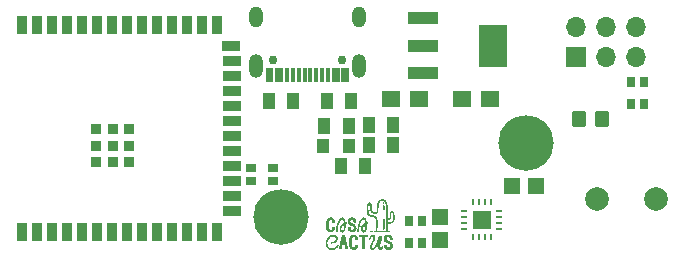
<source format=gts>
G04 #@! TF.GenerationSoftware,KiCad,Pcbnew,9.0.0-9.0.0-2~ubuntu22.04.1*
G04 #@! TF.CreationDate,2025-03-24T08:10:21+01:00*
G04 #@! TF.ProjectId,kicad_makespace_tutorial,6b696361-645f-46d6-916b-657370616365,v1*
G04 #@! TF.SameCoordinates,Original*
G04 #@! TF.FileFunction,Soldermask,Top*
G04 #@! TF.FilePolarity,Negative*
%FSLAX46Y46*%
G04 Gerber Fmt 4.6, Leading zero omitted, Abs format (unit mm)*
G04 Created by KiCad (PCBNEW 9.0.0-9.0.0-2~ubuntu22.04.1) date 2025-03-24 08:10:21*
%MOMM*%
%LPD*%
G01*
G04 APERTURE LIST*
G04 Aperture macros list*
%AMRoundRect*
0 Rectangle with rounded corners*
0 $1 Rounding radius*
0 $2 $3 $4 $5 $6 $7 $8 $9 X,Y pos of 4 corners*
0 Add a 4 corners polygon primitive as box body*
4,1,4,$2,$3,$4,$5,$6,$7,$8,$9,$2,$3,0*
0 Add four circle primitives for the rounded corners*
1,1,$1+$1,$2,$3*
1,1,$1+$1,$4,$5*
1,1,$1+$1,$6,$7*
1,1,$1+$1,$8,$9*
0 Add four rect primitives between the rounded corners*
20,1,$1+$1,$2,$3,$4,$5,0*
20,1,$1+$1,$4,$5,$6,$7,0*
20,1,$1+$1,$6,$7,$8,$9,0*
20,1,$1+$1,$8,$9,$2,$3,0*%
G04 Aperture macros list end*
%ADD10C,0.000000*%
%ADD11R,0.700000X0.900000*%
%ADD12R,0.900000X0.700000*%
%ADD13R,1.130000X1.380000*%
%ADD14C,2.000000*%
%ADD15R,0.900000X1.500000*%
%ADD16R,1.500000X0.900000*%
%ADD17R,0.900000X0.900000*%
%ADD18C,4.700000*%
%ADD19R,1.500000X1.360000*%
%ADD20R,1.000000X1.250000*%
%ADD21RoundRect,0.250000X-0.350000X-0.450000X0.350000X-0.450000X0.350000X0.450000X-0.350000X0.450000X0*%
%ADD22R,2.500000X1.100000*%
%ADD23R,2.340000X3.600000*%
%ADD24C,0.750000*%
%ADD25O,1.200000X2.000000*%
%ADD26O,1.200000X1.800000*%
%ADD27R,0.300000X1.300000*%
%ADD28R,1.700000X1.700000*%
%ADD29O,1.700000X1.700000*%
%ADD30R,1.410000X1.350000*%
%ADD31R,1.350000X1.410000*%
%ADD32R,0.600000X0.250000*%
%ADD33R,0.250000X0.600000*%
%ADD34R,1.500000X1.500000*%
%ADD35R,1.000000X1.400000*%
G04 APERTURE END LIST*
D10*
G04 #@! TO.C,G\u002A\u002A\u002A*
G36*
X37732384Y-19674971D02*
G01*
X37753902Y-19675525D01*
X37768439Y-19676998D01*
X37778433Y-19679837D01*
X37786319Y-19684491D01*
X37794536Y-19691410D01*
X37795400Y-19692182D01*
X37807852Y-19705224D01*
X37813466Y-19718386D01*
X37814759Y-19737126D01*
X37813417Y-19756108D01*
X37807713Y-19769222D01*
X37795400Y-19782069D01*
X37787030Y-19789221D01*
X37779215Y-19794066D01*
X37769520Y-19797055D01*
X37755506Y-19798635D01*
X37734738Y-19799256D01*
X37704777Y-19799366D01*
X37701447Y-19799366D01*
X37626852Y-19799366D01*
X37606698Y-19779212D01*
X37593008Y-19762816D01*
X37587229Y-19747160D01*
X37586544Y-19737126D01*
X37589031Y-19719741D01*
X37598106Y-19704376D01*
X37606698Y-19695039D01*
X37626852Y-19674885D01*
X37701447Y-19674885D01*
X37732384Y-19674971D01*
G37*
G36*
X38696198Y-17244416D02*
G01*
X38713945Y-17253669D01*
X38727243Y-17270476D01*
X38736783Y-17295969D01*
X38743262Y-17331282D01*
X38746199Y-17360530D01*
X38747558Y-17390767D01*
X38745430Y-17412186D01*
X38738874Y-17427546D01*
X38726945Y-17439609D01*
X38716866Y-17446382D01*
X38701857Y-17454232D01*
X38688497Y-17456615D01*
X38670715Y-17454455D01*
X38667596Y-17453856D01*
X38648469Y-17444540D01*
X38634394Y-17424935D01*
X38625207Y-17394781D01*
X38623282Y-17382927D01*
X38618352Y-17346620D01*
X38615005Y-17320108D01*
X38613328Y-17301427D01*
X38613408Y-17288611D01*
X38615330Y-17279695D01*
X38619180Y-17272715D01*
X38625044Y-17265705D01*
X38628590Y-17261764D01*
X38642239Y-17248649D01*
X38655635Y-17242835D01*
X38673305Y-17241583D01*
X38696198Y-17244416D01*
G37*
G36*
X38707475Y-17506270D02*
G01*
X38729697Y-17511240D01*
X38736004Y-17513994D01*
X38746042Y-17519973D01*
X38754155Y-17527303D01*
X38760581Y-17537267D01*
X38765561Y-17551147D01*
X38769333Y-17570224D01*
X38772136Y-17595780D01*
X38774210Y-17629096D01*
X38775793Y-17671456D01*
X38777126Y-17724139D01*
X38777376Y-17735680D01*
X38778390Y-17789266D01*
X38778837Y-17832266D01*
X38778609Y-17865942D01*
X38777602Y-17891553D01*
X38775709Y-17910362D01*
X38772825Y-17923628D01*
X38768843Y-17932612D01*
X38763657Y-17938576D01*
X38760106Y-17941117D01*
X38741065Y-17948220D01*
X38717518Y-17951023D01*
X38697497Y-17948996D01*
X38680421Y-17941417D01*
X38667859Y-17931633D01*
X38664435Y-17927050D01*
X38661706Y-17920778D01*
X38659549Y-17911404D01*
X38657842Y-17897515D01*
X38656462Y-17877700D01*
X38655286Y-17850547D01*
X38654193Y-17814643D01*
X38653061Y-17768576D01*
X38652822Y-17758159D01*
X38651683Y-17714425D01*
X38650351Y-17673528D01*
X38648905Y-17637288D01*
X38647425Y-17607521D01*
X38645992Y-17586045D01*
X38644734Y-17574915D01*
X38643951Y-17551315D01*
X38649932Y-17529695D01*
X38661351Y-17514070D01*
X38665801Y-17511065D01*
X38684241Y-17506131D01*
X38707475Y-17506270D01*
G37*
G36*
X38748409Y-18640309D02*
G01*
X38770063Y-18646713D01*
X38787866Y-18657502D01*
X38795417Y-18666496D01*
X38797089Y-18675472D01*
X38798538Y-18694660D01*
X38799751Y-18722416D01*
X38800717Y-18757099D01*
X38801422Y-18797066D01*
X38801853Y-18840675D01*
X38801999Y-18886283D01*
X38801846Y-18932249D01*
X38801381Y-18976930D01*
X38800593Y-19018684D01*
X38799467Y-19055868D01*
X38798581Y-19076192D01*
X38796943Y-19107113D01*
X38794845Y-19144436D01*
X38792405Y-19186244D01*
X38789743Y-19230624D01*
X38786979Y-19275659D01*
X38784233Y-19319433D01*
X38781623Y-19360030D01*
X38779269Y-19395537D01*
X38777292Y-19424035D01*
X38775810Y-19443611D01*
X38775274Y-19449635D01*
X38773434Y-19468947D01*
X38771098Y-19494745D01*
X38768746Y-19521700D01*
X38768573Y-19523730D01*
X38764255Y-19558096D01*
X38757472Y-19582699D01*
X38747308Y-19599529D01*
X38732846Y-19610578D01*
X38727414Y-19613112D01*
X38700646Y-19620577D01*
X38677461Y-19618238D01*
X38665415Y-19612935D01*
X38656342Y-19606997D01*
X38649657Y-19599570D01*
X38645185Y-19589091D01*
X38642754Y-19573999D01*
X38642191Y-19552732D01*
X38643323Y-19523728D01*
X38645977Y-19485427D01*
X38648209Y-19457568D01*
X38659769Y-19302916D01*
X38668245Y-19156751D01*
X38673772Y-19016149D01*
X38676487Y-18878189D01*
X38676728Y-18846544D01*
X38677090Y-18804314D01*
X38677676Y-18765642D01*
X38678440Y-18732219D01*
X38679337Y-18705736D01*
X38680319Y-18687883D01*
X38681247Y-18680570D01*
X38693599Y-18660630D01*
X38712700Y-18645577D01*
X38727607Y-18640120D01*
X38748409Y-18640309D01*
G37*
G36*
X36888703Y-20043519D02*
G01*
X36968989Y-20043723D01*
X37000366Y-20043839D01*
X37387968Y-20045364D01*
X37389587Y-20143170D01*
X37391206Y-20240976D01*
X37271034Y-20240344D01*
X37233691Y-20240383D01*
X37199751Y-20240862D01*
X37171241Y-20241717D01*
X37150190Y-20242884D01*
X37138623Y-20244298D01*
X37137755Y-20244555D01*
X37126084Y-20254428D01*
X37119443Y-20268899D01*
X37118659Y-20277812D01*
X37117981Y-20297689D01*
X37117415Y-20327640D01*
X37116964Y-20366772D01*
X37116633Y-20414196D01*
X37116425Y-20469020D01*
X37116345Y-20530354D01*
X37116397Y-20597306D01*
X37116585Y-20668985D01*
X37116913Y-20744502D01*
X37117082Y-20775038D01*
X37117585Y-20862304D01*
X37117998Y-20938473D01*
X37118308Y-21004304D01*
X37118502Y-21060554D01*
X37118568Y-21107984D01*
X37118491Y-21147350D01*
X37118260Y-21179411D01*
X37117861Y-21204926D01*
X37117282Y-21224653D01*
X37116509Y-21239350D01*
X37115529Y-21249776D01*
X37114330Y-21256689D01*
X37112898Y-21260847D01*
X37111220Y-21263010D01*
X37109284Y-21263935D01*
X37108718Y-21264070D01*
X37099377Y-21264751D01*
X37080306Y-21265178D01*
X37053626Y-21265336D01*
X37021461Y-21265213D01*
X36989333Y-21264845D01*
X36950932Y-21263965D01*
X36919588Y-21262624D01*
X36896604Y-21260910D01*
X36883285Y-21258913D01*
X36880412Y-21257435D01*
X36878303Y-21246175D01*
X36878189Y-21245714D01*
X36877953Y-21239005D01*
X36877710Y-21221330D01*
X36877465Y-21193578D01*
X36877223Y-21156637D01*
X36876986Y-21111397D01*
X36876759Y-21058746D01*
X36876547Y-20999574D01*
X36876352Y-20934769D01*
X36876179Y-20865221D01*
X36876032Y-20791818D01*
X36875967Y-20751888D01*
X36875805Y-20662613D01*
X36875602Y-20584470D01*
X36875342Y-20516734D01*
X36875014Y-20458680D01*
X36874603Y-20409585D01*
X36874097Y-20368723D01*
X36873482Y-20335372D01*
X36872745Y-20308805D01*
X36871873Y-20288301D01*
X36870852Y-20273133D01*
X36869669Y-20262578D01*
X36868311Y-20255912D01*
X36866819Y-20252483D01*
X36863221Y-20248606D01*
X36857787Y-20245667D01*
X36848916Y-20243504D01*
X36835008Y-20241956D01*
X36814464Y-20240860D01*
X36785682Y-20240056D01*
X36747061Y-20239382D01*
X36735191Y-20239208D01*
X36690759Y-20238265D01*
X36654417Y-20236859D01*
X36627164Y-20235053D01*
X36610000Y-20232907D01*
X36604298Y-20231073D01*
X36600922Y-20222437D01*
X36598432Y-20204653D01*
X36596822Y-20180395D01*
X36596086Y-20152338D01*
X36596218Y-20123156D01*
X36597214Y-20095522D01*
X36599066Y-20072112D01*
X36601768Y-20055598D01*
X36604695Y-20049010D01*
X36610175Y-20047568D01*
X36623201Y-20046356D01*
X36644289Y-20045366D01*
X36673955Y-20044592D01*
X36712714Y-20044027D01*
X36761081Y-20043664D01*
X36819572Y-20043497D01*
X36888703Y-20043519D01*
G37*
G36*
X34264628Y-18552646D02*
G01*
X34302635Y-18555603D01*
X34333621Y-18560728D01*
X34341153Y-18562729D01*
X34400953Y-18586455D01*
X34454207Y-18619334D01*
X34499992Y-18660440D01*
X34537389Y-18708845D01*
X34565474Y-18763623D01*
X34577957Y-18800929D01*
X34582023Y-18820996D01*
X34585906Y-18849079D01*
X34589147Y-18881343D01*
X34591181Y-18911700D01*
X34594869Y-18987277D01*
X34478856Y-18987277D01*
X34362844Y-18987277D01*
X34359089Y-18947266D01*
X34351341Y-18891068D01*
X34339418Y-18845389D01*
X34322931Y-18809517D01*
X34301492Y-18782736D01*
X34274713Y-18764333D01*
X34255663Y-18756937D01*
X34217622Y-18750993D01*
X34182388Y-18756120D01*
X34151113Y-18771651D01*
X34124946Y-18796918D01*
X34105040Y-18831254D01*
X34098948Y-18847823D01*
X34093403Y-18867844D01*
X34088854Y-18890250D01*
X34085214Y-18916330D01*
X34082402Y-18947369D01*
X34080331Y-18984654D01*
X34078918Y-19029471D01*
X34078079Y-19083109D01*
X34077729Y-19146853D01*
X34077707Y-19172123D01*
X34077894Y-19237740D01*
X34078514Y-19292883D01*
X34079669Y-19338925D01*
X34081458Y-19377244D01*
X34083985Y-19409213D01*
X34087349Y-19436209D01*
X34091652Y-19459607D01*
X34096996Y-19480783D01*
X34101489Y-19495259D01*
X34115327Y-19530461D01*
X34130918Y-19556187D01*
X34149983Y-19574818D01*
X34166335Y-19584921D01*
X34184927Y-19593054D01*
X34202741Y-19596508D01*
X34225526Y-19596288D01*
X34229738Y-19595999D01*
X34255071Y-19592339D01*
X34277320Y-19585966D01*
X34286030Y-19581909D01*
X34311138Y-19560406D01*
X34330778Y-19528480D01*
X34344896Y-19486257D01*
X34353436Y-19433859D01*
X34354121Y-19426456D01*
X34356587Y-19402264D01*
X34360393Y-19384878D01*
X34367315Y-19373180D01*
X34379130Y-19366049D01*
X34397615Y-19362367D01*
X34424545Y-19361013D01*
X34458224Y-19360861D01*
X34504737Y-19361692D01*
X34540306Y-19364076D01*
X34565756Y-19368130D01*
X34581914Y-19373974D01*
X34588396Y-19379556D01*
X34590786Y-19389608D01*
X34591626Y-19408648D01*
X34591091Y-19433938D01*
X34589355Y-19462737D01*
X34586593Y-19492304D01*
X34582979Y-19519899D01*
X34578687Y-19542783D01*
X34577778Y-19546494D01*
X34556997Y-19604711D01*
X34526857Y-19656374D01*
X34488202Y-19700968D01*
X34441875Y-19737980D01*
X34388718Y-19766894D01*
X34329576Y-19787196D01*
X34265291Y-19798371D01*
X34196706Y-19799904D01*
X34166479Y-19797513D01*
X34101452Y-19784965D01*
X34042215Y-19762484D01*
X33989507Y-19730714D01*
X33944067Y-19690302D01*
X33906633Y-19641892D01*
X33877943Y-19586130D01*
X33860084Y-19529658D01*
X33857705Y-19517773D01*
X33855710Y-19503546D01*
X33854058Y-19485835D01*
X33852708Y-19463502D01*
X33851619Y-19435405D01*
X33850749Y-19400406D01*
X33850059Y-19357364D01*
X33849507Y-19305139D01*
X33849053Y-19242591D01*
X33848911Y-19218456D01*
X33848589Y-19138701D01*
X33848608Y-19069800D01*
X33849017Y-19010756D01*
X33849864Y-18960572D01*
X33851197Y-18918251D01*
X33853063Y-18882795D01*
X33855510Y-18853207D01*
X33858586Y-18828490D01*
X33862340Y-18807646D01*
X33866818Y-18789678D01*
X33869986Y-18779525D01*
X33894379Y-18725206D01*
X33928633Y-18676452D01*
X33971697Y-18634202D01*
X34022517Y-18599395D01*
X34080040Y-18572970D01*
X34113367Y-18562556D01*
X34143969Y-18556812D01*
X34181746Y-18553248D01*
X34223149Y-18551860D01*
X34264628Y-18552646D01*
G37*
G36*
X36238080Y-20023654D02*
G01*
X36302962Y-20037767D01*
X36361073Y-20060990D01*
X36411969Y-20093077D01*
X36455204Y-20133783D01*
X36490336Y-20182863D01*
X36501292Y-20203301D01*
X36520855Y-20249068D01*
X36533834Y-20295027D01*
X36541012Y-20344854D01*
X36543174Y-20399541D01*
X36543277Y-20463263D01*
X36427502Y-20463263D01*
X36385109Y-20463069D01*
X36353396Y-20462438D01*
X36331195Y-20461297D01*
X36317335Y-20459571D01*
X36310648Y-20457188D01*
X36309659Y-20455854D01*
X36307984Y-20446874D01*
X36305309Y-20429352D01*
X36302115Y-20406511D01*
X36300924Y-20397546D01*
X36292387Y-20347080D01*
X36280919Y-20307078D01*
X36265685Y-20276339D01*
X36245850Y-20253658D01*
X36220579Y-20237833D01*
X36189036Y-20227660D01*
X36182028Y-20226221D01*
X36144898Y-20224730D01*
X36110791Y-20234007D01*
X36081481Y-20253032D01*
X36058739Y-20280784D01*
X36048241Y-20303239D01*
X36041661Y-20322503D01*
X36036207Y-20340795D01*
X36031772Y-20359444D01*
X36028253Y-20379778D01*
X36025544Y-20403124D01*
X36023542Y-20430809D01*
X36022142Y-20464163D01*
X36021239Y-20504511D01*
X36020728Y-20553183D01*
X36020506Y-20611506D01*
X36020466Y-20655912D01*
X36020555Y-20723799D01*
X36020930Y-20781067D01*
X36021708Y-20828952D01*
X36023006Y-20868690D01*
X36024941Y-20901516D01*
X36027629Y-20928667D01*
X36031187Y-20951377D01*
X36035732Y-20970882D01*
X36041381Y-20988418D01*
X36048250Y-21005220D01*
X36054790Y-21019143D01*
X36075833Y-21049736D01*
X36104128Y-21071377D01*
X36138689Y-21083640D01*
X36178527Y-21086097D01*
X36202516Y-21083080D01*
X36227009Y-21073175D01*
X36250551Y-21054303D01*
X36270315Y-21029199D01*
X36281433Y-21006665D01*
X36286684Y-20991563D01*
X36290818Y-20976814D01*
X36294380Y-20959640D01*
X36297913Y-20937265D01*
X36301963Y-20906913D01*
X36303712Y-20893018D01*
X36307013Y-20874312D01*
X36311251Y-20860065D01*
X36313443Y-20855971D01*
X36319712Y-20852982D01*
X36333673Y-20850827D01*
X36356444Y-20849427D01*
X36389141Y-20848705D01*
X36419291Y-20848561D01*
X36455996Y-20848638D01*
X36482725Y-20849015D01*
X36501361Y-20849910D01*
X36513782Y-20851541D01*
X36521870Y-20854126D01*
X36527505Y-20857883D01*
X36531191Y-20861534D01*
X36538768Y-20873211D01*
X36542697Y-20889826D01*
X36543878Y-20910437D01*
X36541820Y-20975265D01*
X36532864Y-21031878D01*
X36516321Y-21082158D01*
X36491503Y-21127987D01*
X36457721Y-21171248D01*
X36442744Y-21187049D01*
X36396415Y-21227151D01*
X36346594Y-21256797D01*
X36290889Y-21277278D01*
X36263445Y-21283811D01*
X36222807Y-21289591D01*
X36176394Y-21292171D01*
X36128987Y-21291550D01*
X36085365Y-21287723D01*
X36063137Y-21283917D01*
X36004145Y-21265571D01*
X35949549Y-21237388D01*
X35900927Y-21200570D01*
X35859862Y-21156316D01*
X35827933Y-21105826D01*
X35827524Y-21105012D01*
X35815531Y-21078961D01*
X35806155Y-21053044D01*
X35798921Y-21024932D01*
X35793354Y-20992298D01*
X35788977Y-20952813D01*
X35785313Y-20904148D01*
X35784800Y-20895982D01*
X35783385Y-20864173D01*
X35782387Y-20823005D01*
X35781785Y-20774494D01*
X35781561Y-20720653D01*
X35781695Y-20663498D01*
X35782168Y-20605041D01*
X35782961Y-20547297D01*
X35784055Y-20492280D01*
X35785429Y-20442005D01*
X35787066Y-20398485D01*
X35788945Y-20363736D01*
X35790035Y-20349541D01*
X35800322Y-20281866D01*
X35818599Y-20222679D01*
X35845263Y-20171364D01*
X35880710Y-20127304D01*
X35925337Y-20089883D01*
X35976421Y-20060008D01*
X36025623Y-20039409D01*
X36075836Y-20026295D01*
X36130737Y-20019870D01*
X36166871Y-20018895D01*
X36238080Y-20023654D01*
G37*
G36*
X34557737Y-20022888D02*
G01*
X34615112Y-20038136D01*
X34665190Y-20061106D01*
X34709226Y-20092325D01*
X34734950Y-20117019D01*
X34772158Y-20164982D01*
X34798993Y-20217388D01*
X34815502Y-20273035D01*
X34821734Y-20330717D01*
X34817739Y-20389233D01*
X34803566Y-20447376D01*
X34779264Y-20503944D01*
X34744881Y-20557732D01*
X34715604Y-20592280D01*
X34662329Y-20640138D01*
X34599729Y-20680771D01*
X34527914Y-20714136D01*
X34446992Y-20740191D01*
X34357071Y-20758891D01*
X34271503Y-20769153D01*
X34225564Y-20773000D01*
X34225564Y-20714107D01*
X34225964Y-20684942D01*
X34228186Y-20663006D01*
X34233759Y-20646868D01*
X34244214Y-20635096D01*
X34261080Y-20626258D01*
X34285889Y-20618923D01*
X34320170Y-20611660D01*
X34338924Y-20608066D01*
X34403922Y-20592769D01*
X34460099Y-20572624D01*
X34509957Y-20546300D01*
X34555996Y-20512463D01*
X34600718Y-20469780D01*
X34602972Y-20467381D01*
X34633218Y-20428651D01*
X34651713Y-20389448D01*
X34658561Y-20349297D01*
X34653867Y-20307726D01*
X34644395Y-20279035D01*
X34622574Y-20237564D01*
X34594880Y-20205664D01*
X34560768Y-20183059D01*
X34519691Y-20169476D01*
X34471102Y-20164639D01*
X34422498Y-20167308D01*
X34391581Y-20171666D01*
X34358380Y-20177748D01*
X34329617Y-20184310D01*
X34327279Y-20184935D01*
X34258947Y-20209575D01*
X34194554Y-20244831D01*
X34134920Y-20289879D01*
X34080862Y-20343898D01*
X34033201Y-20406065D01*
X33992755Y-20475558D01*
X33960344Y-20551554D01*
X33959406Y-20554206D01*
X33951082Y-20578394D01*
X33945287Y-20597633D01*
X33941563Y-20615082D01*
X33939454Y-20633899D01*
X33938503Y-20657241D01*
X33938251Y-20688266D01*
X33938243Y-20700370D01*
X33938365Y-20734505D01*
X33939039Y-20759951D01*
X33940726Y-20779874D01*
X33943886Y-20797440D01*
X33948981Y-20815816D01*
X33956472Y-20838167D01*
X33959618Y-20847153D01*
X33989335Y-20917925D01*
X34025500Y-20979920D01*
X34067694Y-21032668D01*
X34115500Y-21075701D01*
X34168498Y-21108547D01*
X34206639Y-21124599D01*
X34272382Y-21141730D01*
X34339559Y-21148479D01*
X34406496Y-21145138D01*
X34471520Y-21132000D01*
X34532957Y-21109357D01*
X34589134Y-21077501D01*
X34622043Y-21051988D01*
X34660383Y-21012973D01*
X34696615Y-20965695D01*
X34728091Y-20913731D01*
X34736331Y-20897516D01*
X34747239Y-20875699D01*
X34756587Y-20858237D01*
X34762974Y-20847696D01*
X34764583Y-20845843D01*
X34771798Y-20846331D01*
X34787739Y-20849858D01*
X34809855Y-20855803D01*
X34829305Y-20861581D01*
X34858202Y-20870785D01*
X34877004Y-20878746D01*
X34886927Y-20887782D01*
X34889183Y-20900212D01*
X34884986Y-20918352D01*
X34875552Y-20944522D01*
X34874377Y-20947641D01*
X34844141Y-21011771D01*
X34803745Y-21072236D01*
X34754627Y-21127834D01*
X34698222Y-21177363D01*
X34635970Y-21219619D01*
X34569305Y-21253402D01*
X34499666Y-21277509D01*
X34472364Y-21283957D01*
X34424981Y-21291191D01*
X34372426Y-21295090D01*
X34319633Y-21295504D01*
X34271534Y-21292286D01*
X34257823Y-21290446D01*
X34178215Y-21272286D01*
X34103265Y-21243540D01*
X34033807Y-21204843D01*
X33970675Y-21156831D01*
X33914704Y-21100139D01*
X33866726Y-21035403D01*
X33827577Y-20963259D01*
X33827141Y-20962299D01*
X33801988Y-20893767D01*
X33785302Y-20819240D01*
X33777186Y-20741127D01*
X33777748Y-20661839D01*
X33787092Y-20583787D01*
X33805325Y-20509380D01*
X33807075Y-20503947D01*
X33838315Y-20426094D01*
X33878960Y-20352703D01*
X33927974Y-20284514D01*
X33984319Y-20222269D01*
X34046959Y-20166708D01*
X34114857Y-20118572D01*
X34186976Y-20078602D01*
X34262278Y-20047538D01*
X34339727Y-20026122D01*
X34418285Y-20015094D01*
X34491814Y-20014835D01*
X34557737Y-20022888D01*
G37*
G36*
X35329831Y-20042442D02*
G01*
X35359475Y-20042697D01*
X35380750Y-20043353D01*
X35395399Y-20044600D01*
X35405168Y-20046629D01*
X35411798Y-20049629D01*
X35417033Y-20053791D01*
X35419844Y-20056538D01*
X35430405Y-20071396D01*
X35439267Y-20090960D01*
X35441002Y-20096549D01*
X35443071Y-20104777D01*
X35447695Y-20123563D01*
X35454642Y-20151944D01*
X35463678Y-20188956D01*
X35474568Y-20233636D01*
X35487078Y-20285020D01*
X35500975Y-20342144D01*
X35516025Y-20404045D01*
X35531994Y-20469759D01*
X35548648Y-20538323D01*
X35565754Y-20608772D01*
X35583077Y-20680142D01*
X35600383Y-20751472D01*
X35617439Y-20821795D01*
X35634010Y-20890150D01*
X35649864Y-20955572D01*
X35664765Y-21017098D01*
X35678481Y-21073763D01*
X35690777Y-21124605D01*
X35701419Y-21168660D01*
X35710174Y-21204963D01*
X35716808Y-21232552D01*
X35721086Y-21250462D01*
X35722408Y-21256087D01*
X35725486Y-21269424D01*
X35610703Y-21269424D01*
X35570748Y-21269338D01*
X35540959Y-21268978D01*
X35519648Y-21268194D01*
X35505127Y-21266835D01*
X35495707Y-21264752D01*
X35489699Y-21261794D01*
X35485856Y-21258304D01*
X35480687Y-21247614D01*
X35474087Y-21225588D01*
X35466162Y-21192647D01*
X35457019Y-21149209D01*
X35452548Y-21126414D01*
X35442765Y-21075652D01*
X35434899Y-21035265D01*
X35428626Y-21003984D01*
X35423621Y-20980544D01*
X35419560Y-20963678D01*
X35416120Y-20952117D01*
X35412974Y-20944596D01*
X35409800Y-20939846D01*
X35406272Y-20936602D01*
X35403433Y-20934557D01*
X35395548Y-20930892D01*
X35382877Y-20928323D01*
X35363620Y-20926693D01*
X35335979Y-20925845D01*
X35301433Y-20925621D01*
X35262436Y-20925876D01*
X35233570Y-20927108D01*
X35213118Y-20930013D01*
X35199359Y-20935286D01*
X35190573Y-20943626D01*
X35185041Y-20955728D01*
X35181043Y-20972289D01*
X35180592Y-20974573D01*
X35177626Y-20989828D01*
X35172860Y-21014431D01*
X35166739Y-21046088D01*
X35159705Y-21082504D01*
X35152203Y-21121386D01*
X35150518Y-21130125D01*
X35141342Y-21176262D01*
X35133659Y-21211562D01*
X35127237Y-21236916D01*
X35121848Y-21253218D01*
X35117261Y-21261358D01*
X35116517Y-21262015D01*
X35108493Y-21264874D01*
X35092536Y-21266986D01*
X35067647Y-21268408D01*
X35032827Y-21269201D01*
X34991420Y-21269424D01*
X34876321Y-21269424D01*
X34880437Y-21253123D01*
X34882495Y-21244734D01*
X34887105Y-21225799D01*
X34894028Y-21197293D01*
X34903029Y-21160194D01*
X34913870Y-21115479D01*
X34926315Y-21064123D01*
X34940127Y-21007103D01*
X34955069Y-20945397D01*
X34970905Y-20879979D01*
X34981378Y-20836706D01*
X34998152Y-20767390D01*
X35008633Y-20724080D01*
X35229259Y-20724080D01*
X35301289Y-20724080D01*
X35373319Y-20724080D01*
X35340593Y-20552094D01*
X35331021Y-20502925D01*
X35322393Y-20460863D01*
X35314922Y-20426834D01*
X35308820Y-20401767D01*
X35304299Y-20386589D01*
X35301686Y-20382166D01*
X35297906Y-20388531D01*
X35292973Y-20403847D01*
X35287705Y-20425375D01*
X35285303Y-20437081D01*
X35280854Y-20460046D01*
X35274699Y-20491691D01*
X35267413Y-20529065D01*
X35259573Y-20569215D01*
X35252180Y-20607009D01*
X35229259Y-20724080D01*
X35008633Y-20724080D01*
X35014555Y-20699610D01*
X35030302Y-20634544D01*
X35045108Y-20573371D01*
X35058687Y-20517269D01*
X35070753Y-20467418D01*
X35081023Y-20424995D01*
X35089209Y-20391180D01*
X35095028Y-20367151D01*
X35096874Y-20359529D01*
X35105168Y-20325264D01*
X35115155Y-20283941D01*
X35125757Y-20240031D01*
X35135893Y-20198003D01*
X35139108Y-20184664D01*
X35147383Y-20150443D01*
X35155129Y-20118646D01*
X35161737Y-20091758D01*
X35166597Y-20072264D01*
X35168558Y-20064629D01*
X35174446Y-20042400D01*
X35290076Y-20042400D01*
X35329831Y-20042442D01*
G37*
G36*
X36081390Y-18550042D02*
G01*
X36152193Y-18567288D01*
X36209416Y-18590021D01*
X36251744Y-18613828D01*
X36286953Y-18642872D01*
X36315554Y-18678127D01*
X36338054Y-18720568D01*
X36354963Y-18771169D01*
X36366789Y-18830903D01*
X36374041Y-18900745D01*
X36374384Y-18905945D01*
X36375948Y-18937905D01*
X36375793Y-18959762D01*
X36373848Y-18973155D01*
X36371231Y-18978559D01*
X36366238Y-18981935D01*
X36356636Y-18984353D01*
X36340778Y-18985953D01*
X36317020Y-18986872D01*
X36283716Y-18987248D01*
X36267345Y-18987277D01*
X36231469Y-18987225D01*
X36205549Y-18986896D01*
X36187684Y-18986036D01*
X36175976Y-18984387D01*
X36168526Y-18981694D01*
X36163433Y-18977701D01*
X36159231Y-18972704D01*
X36151029Y-18955594D01*
X36144227Y-18927060D01*
X36141042Y-18906026D01*
X36131067Y-18855783D01*
X36115296Y-18815718D01*
X36093496Y-18785541D01*
X36065435Y-18764961D01*
X36030879Y-18753686D01*
X36017496Y-18751911D01*
X35977285Y-18752403D01*
X35944273Y-18762111D01*
X35917770Y-18781403D01*
X35897084Y-18810646D01*
X35893514Y-18817872D01*
X35881397Y-18856882D01*
X35880552Y-18896177D01*
X35890804Y-18933899D01*
X35906955Y-18961797D01*
X35920973Y-18975327D01*
X35945684Y-18992757D01*
X35980672Y-19013846D01*
X36025524Y-19038352D01*
X36079824Y-19066033D01*
X36116486Y-19083930D01*
X36149453Y-19100359D01*
X36182969Y-19118030D01*
X36213482Y-19135011D01*
X36237439Y-19149370D01*
X36240967Y-19151648D01*
X36294659Y-19193224D01*
X36338203Y-19240432D01*
X36371332Y-19292643D01*
X36393779Y-19349230D01*
X36405276Y-19409565D01*
X36405559Y-19473018D01*
X36398262Y-19522218D01*
X36387450Y-19558272D01*
X36370339Y-19598160D01*
X36349148Y-19637470D01*
X36326099Y-19671789D01*
X36317879Y-19681951D01*
X36292333Y-19706846D01*
X36259430Y-19731970D01*
X36223276Y-19754543D01*
X36187981Y-19771786D01*
X36181196Y-19774421D01*
X36136404Y-19786980D01*
X36084810Y-19795046D01*
X36030692Y-19798343D01*
X35978328Y-19796596D01*
X35935351Y-19790289D01*
X35872698Y-19771383D01*
X35818387Y-19744085D01*
X35772497Y-19708505D01*
X35735109Y-19664754D01*
X35706303Y-19612942D01*
X35686160Y-19553180D01*
X35674760Y-19485579D01*
X35671990Y-19427614D01*
X35672257Y-19401243D01*
X35673442Y-19384270D01*
X35675985Y-19374249D01*
X35680326Y-19368732D01*
X35682860Y-19367133D01*
X35692427Y-19365105D01*
X35711474Y-19363429D01*
X35737630Y-19362231D01*
X35768523Y-19361643D01*
X35784248Y-19361614D01*
X35822707Y-19361903D01*
X35850993Y-19363090D01*
X35870793Y-19366157D01*
X35883788Y-19372085D01*
X35891663Y-19381857D01*
X35896101Y-19396452D01*
X35898786Y-19416853D01*
X35899952Y-19429056D01*
X35908269Y-19480610D01*
X35922587Y-19522655D01*
X35942754Y-19554883D01*
X35968618Y-19576983D01*
X35973685Y-19579769D01*
X36012123Y-19593517D01*
X36049879Y-19596308D01*
X36085381Y-19589003D01*
X36117052Y-19572467D01*
X36143320Y-19547563D01*
X36162610Y-19515153D01*
X36173348Y-19476103D01*
X36174111Y-19469851D01*
X36175045Y-19448386D01*
X36171838Y-19430320D01*
X36163284Y-19409465D01*
X36161719Y-19406231D01*
X36151652Y-19389012D01*
X36138135Y-19372572D01*
X36119867Y-19355928D01*
X36095549Y-19338100D01*
X36063880Y-19318106D01*
X36023562Y-19294963D01*
X35990331Y-19276814D01*
X35955939Y-19258301D01*
X35919771Y-19238839D01*
X35885519Y-19220415D01*
X35856874Y-19205013D01*
X35849741Y-19201180D01*
X35790115Y-19165876D01*
X35741562Y-19129542D01*
X35703301Y-19091082D01*
X35674552Y-19049402D01*
X35654533Y-19003407D01*
X35642463Y-18952001D01*
X35637914Y-18904290D01*
X35639741Y-18837096D01*
X35651430Y-18776479D01*
X35672962Y-18722468D01*
X35704318Y-18675091D01*
X35745479Y-18634376D01*
X35796426Y-18600350D01*
X35857140Y-18573042D01*
X35867900Y-18569250D01*
X35939047Y-18551011D01*
X36010276Y-18544613D01*
X36081390Y-18550042D01*
G37*
G36*
X39147084Y-20018862D02*
G01*
X39215855Y-20030326D01*
X39275151Y-20048691D01*
X39325321Y-20074220D01*
X39366711Y-20107177D01*
X39399671Y-20147823D01*
X39424547Y-20196423D01*
X39438321Y-20239070D01*
X39442353Y-20258795D01*
X39446780Y-20286845D01*
X39451199Y-20319788D01*
X39455204Y-20354193D01*
X39458391Y-20386629D01*
X39460356Y-20413663D01*
X39460768Y-20429590D01*
X39460095Y-20440860D01*
X39457553Y-20449288D01*
X39451633Y-20455286D01*
X39440825Y-20459266D01*
X39423619Y-20461642D01*
X39398506Y-20462824D01*
X39363975Y-20463226D01*
X39337440Y-20463263D01*
X39228504Y-20463263D01*
X39228387Y-20438071D01*
X39225591Y-20393158D01*
X39218111Y-20350115D01*
X39206680Y-20311561D01*
X39192029Y-20280112D01*
X39179312Y-20262702D01*
X39151766Y-20241281D01*
X39117799Y-20227338D01*
X39080856Y-20221774D01*
X39044381Y-20225490D01*
X39040798Y-20226433D01*
X39009161Y-20241013D01*
X38984169Y-20264187D01*
X38966579Y-20294259D01*
X38957150Y-20329532D01*
X38956641Y-20368309D01*
X38963054Y-20400335D01*
X38969148Y-20416490D01*
X38978109Y-20431547D01*
X38991015Y-20446284D01*
X39008947Y-20461477D01*
X39032982Y-20477905D01*
X39064200Y-20496345D01*
X39103680Y-20517575D01*
X39152501Y-20542373D01*
X39176990Y-20554501D01*
X39233013Y-20582564D01*
X39279427Y-20607027D01*
X39317575Y-20628828D01*
X39348799Y-20648908D01*
X39374443Y-20668205D01*
X39395850Y-20687659D01*
X39414362Y-20708210D01*
X39431321Y-20730795D01*
X39433475Y-20733919D01*
X39452968Y-20764100D01*
X39467066Y-20790915D01*
X39476598Y-20817388D01*
X39482396Y-20846542D01*
X39485289Y-20881401D01*
X39486106Y-20924988D01*
X39486107Y-20925621D01*
X39485954Y-20960565D01*
X39485186Y-20986624D01*
X39483437Y-21006764D01*
X39480343Y-21023951D01*
X39475541Y-21041154D01*
X39469854Y-21057972D01*
X39443014Y-21117998D01*
X39407776Y-21169748D01*
X39364445Y-21212938D01*
X39313327Y-21247283D01*
X39254724Y-21272496D01*
X39234432Y-21278591D01*
X39209520Y-21283406D01*
X39176433Y-21287098D01*
X39138810Y-21289518D01*
X39100291Y-21290519D01*
X39064517Y-21289951D01*
X39035126Y-21287664D01*
X39030111Y-21286952D01*
X38965734Y-21271866D01*
X38909385Y-21248180D01*
X38861168Y-21215965D01*
X38821189Y-21175291D01*
X38789552Y-21126229D01*
X38787843Y-21122863D01*
X38769854Y-21081429D01*
X38757090Y-21038280D01*
X38748755Y-20990056D01*
X38744351Y-20938945D01*
X38742686Y-20908928D01*
X38742461Y-20886410D01*
X38745103Y-20870315D01*
X38752042Y-20859569D01*
X38764706Y-20853096D01*
X38784525Y-20849818D01*
X38812927Y-20848662D01*
X38851341Y-20848551D01*
X38864401Y-20848561D01*
X38966746Y-20848561D01*
X38969811Y-20864862D01*
X38972120Y-20879794D01*
X38974826Y-20901015D01*
X38976578Y-20916729D01*
X38985618Y-20970101D01*
X39000606Y-21013260D01*
X39021604Y-21046284D01*
X39048677Y-21069252D01*
X39081887Y-21082242D01*
X39112915Y-21085504D01*
X39155697Y-21080882D01*
X39191463Y-21066808D01*
X39219997Y-21043425D01*
X39241079Y-21010873D01*
X39246034Y-20999033D01*
X39255936Y-20962250D01*
X39256011Y-20929143D01*
X39245790Y-20898041D01*
X39224803Y-20867273D01*
X39202515Y-20844156D01*
X39188626Y-20831931D01*
X39173189Y-20820153D01*
X39154589Y-20807855D01*
X39131209Y-20794070D01*
X39101433Y-20777828D01*
X39063646Y-20758162D01*
X39032573Y-20742351D01*
X38993504Y-20722367D01*
X38955694Y-20702618D01*
X38921167Y-20684192D01*
X38891947Y-20668176D01*
X38870057Y-20655659D01*
X38860990Y-20650091D01*
X38810105Y-20610730D01*
X38769335Y-20565235D01*
X38738789Y-20513831D01*
X38718574Y-20456741D01*
X38708800Y-20394191D01*
X38708852Y-20335819D01*
X38717205Y-20272615D01*
X38733560Y-20217446D01*
X38758409Y-20169170D01*
X38792244Y-20126649D01*
X38804237Y-20114828D01*
X38850909Y-20079001D01*
X38905493Y-20050750D01*
X38966440Y-20030510D01*
X39032202Y-20018714D01*
X39101229Y-20015796D01*
X39147084Y-20018862D01*
G37*
G36*
X35247219Y-18552087D02*
G01*
X35290172Y-18565680D01*
X35329364Y-18589378D01*
X35347941Y-18605835D01*
X35365567Y-18625650D01*
X35381595Y-18648742D01*
X35396641Y-18676524D01*
X35411323Y-18710412D01*
X35426256Y-18751819D01*
X35442059Y-18802160D01*
X35458209Y-18858717D01*
X35468981Y-18895550D01*
X35478534Y-18923807D01*
X35486479Y-18942428D01*
X35491774Y-18949960D01*
X35504187Y-18954303D01*
X35525898Y-18956958D01*
X35547873Y-18957639D01*
X35568275Y-18957715D01*
X35582415Y-18959151D01*
X35591335Y-18963763D01*
X35596076Y-18973365D01*
X35597678Y-18989772D01*
X35597184Y-19014798D01*
X35596009Y-19041537D01*
X35593488Y-19098761D01*
X35566092Y-19102870D01*
X35536698Y-19109783D01*
X35515258Y-19120093D01*
X35503615Y-19132894D01*
X35503250Y-19133768D01*
X35501521Y-19143114D01*
X35499431Y-19162015D01*
X35497187Y-19188185D01*
X35494994Y-19219338D01*
X35493802Y-19239203D01*
X35490835Y-19290337D01*
X35488144Y-19331956D01*
X35485503Y-19366391D01*
X35482686Y-19395971D01*
X35479466Y-19423025D01*
X35475617Y-19449885D01*
X35470913Y-19478879D01*
X35469985Y-19484345D01*
X35453066Y-19563090D01*
X35430900Y-19632220D01*
X35403657Y-19691515D01*
X35371505Y-19740757D01*
X35334614Y-19779725D01*
X35293154Y-19808202D01*
X35247292Y-19825967D01*
X35201324Y-19832663D01*
X35176296Y-19832764D01*
X35152597Y-19831279D01*
X35136748Y-19828809D01*
X35094167Y-19812123D01*
X35056000Y-19784920D01*
X35022899Y-19747927D01*
X34995513Y-19701868D01*
X34974623Y-19647901D01*
X34967690Y-19614780D01*
X34963856Y-19573908D01*
X34963297Y-19541513D01*
X35112164Y-19541513D01*
X35114316Y-19585534D01*
X35121920Y-19620511D01*
X35135555Y-19648202D01*
X35153833Y-19668682D01*
X35175224Y-19682804D01*
X35196772Y-19686175D01*
X35218287Y-19680873D01*
X35238827Y-19667672D01*
X35259184Y-19644897D01*
X35278014Y-19614773D01*
X35293973Y-19579525D01*
X35305714Y-19541378D01*
X35307496Y-19533315D01*
X35313646Y-19500877D01*
X35319884Y-19463458D01*
X35326030Y-19422657D01*
X35331904Y-19380071D01*
X35337324Y-19337299D01*
X35342110Y-19295939D01*
X35346080Y-19257590D01*
X35349055Y-19223849D01*
X35350852Y-19196315D01*
X35351292Y-19176586D01*
X35350194Y-19166260D01*
X35349155Y-19165107D01*
X35338600Y-19168500D01*
X35321443Y-19177606D01*
X35300405Y-19190821D01*
X35278210Y-19206537D01*
X35275672Y-19208459D01*
X35231645Y-19248912D01*
X35192804Y-19298175D01*
X35160297Y-19353913D01*
X35135269Y-19413791D01*
X35118868Y-19475473D01*
X35112239Y-19536624D01*
X35112164Y-19541513D01*
X34963297Y-19541513D01*
X34963080Y-19528966D01*
X34965322Y-19483632D01*
X34970538Y-19441589D01*
X34977304Y-19411105D01*
X35005747Y-19331760D01*
X35043618Y-19257290D01*
X35089995Y-19188843D01*
X35143955Y-19127568D01*
X35204577Y-19074613D01*
X35270938Y-19031125D01*
X35290953Y-19020535D01*
X35311225Y-19009704D01*
X35324771Y-18999625D01*
X35332227Y-18988009D01*
X35334229Y-18972566D01*
X35331414Y-18951009D01*
X35324419Y-18921049D01*
X35321636Y-18910218D01*
X35306412Y-18854008D01*
X35292418Y-18808401D01*
X35279072Y-18772284D01*
X35265791Y-18744542D01*
X35251994Y-18724064D01*
X35237100Y-18709734D01*
X35220526Y-18700441D01*
X35210211Y-18696999D01*
X35186396Y-18693759D01*
X35163664Y-18698083D01*
X35140028Y-18710828D01*
X35113503Y-18732852D01*
X35102701Y-18743380D01*
X35067646Y-18782300D01*
X35035549Y-18826046D01*
X35005538Y-18876153D01*
X34976744Y-18934155D01*
X34948295Y-19001585D01*
X34932354Y-19043590D01*
X34903181Y-19131567D01*
X34876712Y-19228302D01*
X34853525Y-19330892D01*
X34834192Y-19436433D01*
X34819291Y-19542022D01*
X34809396Y-19644754D01*
X34807547Y-19673560D01*
X34805308Y-19710922D01*
X34802656Y-19738064D01*
X34798407Y-19756596D01*
X34791381Y-19768129D01*
X34780394Y-19774272D01*
X34764265Y-19776638D01*
X34741811Y-19776835D01*
X34731845Y-19776683D01*
X34705766Y-19776120D01*
X34686521Y-19774312D01*
X34673157Y-19769694D01*
X34664719Y-19760702D01*
X34660251Y-19745770D01*
X34658800Y-19723335D01*
X34659411Y-19691832D01*
X34660701Y-19660066D01*
X34668957Y-19542232D01*
X34683623Y-19424351D01*
X34704289Y-19307855D01*
X34730542Y-19194173D01*
X34761970Y-19084735D01*
X34798161Y-18980973D01*
X34838702Y-18884316D01*
X34883182Y-18796194D01*
X34931189Y-18718038D01*
X34932812Y-18715669D01*
X34971569Y-18666598D01*
X35014195Y-18625614D01*
X35059601Y-18593005D01*
X35106696Y-18569059D01*
X35154391Y-18554065D01*
X35201596Y-18548312D01*
X35247219Y-18552087D01*
G37*
G36*
X37069374Y-18553673D02*
G01*
X37102250Y-18562877D01*
X37131505Y-18578034D01*
X37157743Y-18599943D01*
X37181571Y-18629401D01*
X37203595Y-18667205D01*
X37224420Y-18714155D01*
X37244651Y-18771048D01*
X37264896Y-18838683D01*
X37272290Y-18865761D01*
X37280399Y-18894124D01*
X37288476Y-18918984D01*
X37295592Y-18937684D01*
X37300821Y-18947568D01*
X37300882Y-18947636D01*
X37314801Y-18955811D01*
X37334391Y-18957460D01*
X37357090Y-18956985D01*
X37380932Y-18957040D01*
X37383522Y-18957089D01*
X37408715Y-18957639D01*
X37408715Y-19028771D01*
X37408553Y-19058982D01*
X37407883Y-19079275D01*
X37406421Y-19091585D01*
X37403888Y-19097849D01*
X37400000Y-19100000D01*
X37398341Y-19100138D01*
X37359823Y-19102272D01*
X37332936Y-19106662D01*
X37317671Y-19113309D01*
X37315453Y-19115610D01*
X37311462Y-19127255D01*
X37308607Y-19148489D01*
X37307180Y-19177079D01*
X37307137Y-19179577D01*
X37306577Y-19206957D01*
X37305794Y-19232783D01*
X37304929Y-19252616D01*
X37304658Y-19256986D01*
X37303557Y-19273477D01*
X37302015Y-19297704D01*
X37300290Y-19325570D01*
X37299481Y-19338912D01*
X37290870Y-19430444D01*
X37276646Y-19514061D01*
X37256999Y-19589219D01*
X37232117Y-19655377D01*
X37202191Y-19711991D01*
X37167411Y-19758522D01*
X37144737Y-19780984D01*
X37108713Y-19805530D01*
X37066469Y-19822867D01*
X37021332Y-19832220D01*
X36976629Y-19832815D01*
X36945939Y-19827208D01*
X36900061Y-19808357D01*
X36860839Y-19780004D01*
X36828573Y-19742652D01*
X36803558Y-19696802D01*
X36786093Y-19642957D01*
X36776476Y-19581622D01*
X36774737Y-19541513D01*
X36926086Y-19541513D01*
X36926229Y-19572515D01*
X36927473Y-19594878D01*
X36930245Y-19611800D01*
X36934973Y-19626479D01*
X36938545Y-19634716D01*
X36955672Y-19661439D01*
X36977147Y-19678622D01*
X37001432Y-19685570D01*
X37026988Y-19681588D01*
X37034687Y-19678152D01*
X37059578Y-19658931D01*
X37081868Y-19628336D01*
X37101569Y-19586332D01*
X37118693Y-19532882D01*
X37133252Y-19467951D01*
X37145258Y-19391504D01*
X37153296Y-19319226D01*
X37157534Y-19273755D01*
X37160684Y-19238687D01*
X37162812Y-19212623D01*
X37163984Y-19194168D01*
X37164264Y-19181923D01*
X37163720Y-19174492D01*
X37162417Y-19170477D01*
X37160419Y-19168483D01*
X37160384Y-19168461D01*
X37149896Y-19168451D01*
X37133214Y-19175991D01*
X37112031Y-19189782D01*
X37088039Y-19208521D01*
X37062930Y-19230907D01*
X37038397Y-19255639D01*
X37020499Y-19276025D01*
X36980853Y-19332280D01*
X36952192Y-19391968D01*
X36934170Y-19456065D01*
X36926439Y-19525542D01*
X36926086Y-19541513D01*
X36774737Y-19541513D01*
X36774573Y-19537722D01*
X36780078Y-19465219D01*
X36796413Y-19392605D01*
X36822667Y-19321396D01*
X36857927Y-19253110D01*
X36901281Y-19189264D01*
X36951817Y-19131374D01*
X37008622Y-19080959D01*
X37070785Y-19039534D01*
X37075849Y-19036716D01*
X37109816Y-19016302D01*
X37132764Y-18998258D01*
X37145188Y-18982134D01*
X37147898Y-18971110D01*
X37146276Y-18959968D01*
X37141866Y-18939996D01*
X37135352Y-18913696D01*
X37127420Y-18883573D01*
X37118752Y-18852131D01*
X37110035Y-18821874D01*
X37101951Y-18795307D01*
X37095186Y-18774933D01*
X37092031Y-18766693D01*
X37077223Y-18740295D01*
X37057833Y-18717715D01*
X37036762Y-18701978D01*
X37025617Y-18697368D01*
X36997028Y-18695458D01*
X36966325Y-18704276D01*
X36934379Y-18723074D01*
X36902062Y-18751106D01*
X36870245Y-18787626D01*
X36839800Y-18831888D01*
X36813732Y-18878841D01*
X36769798Y-18976402D01*
X36730581Y-19083696D01*
X36696396Y-19199445D01*
X36667556Y-19322376D01*
X36644375Y-19451211D01*
X36627166Y-19584677D01*
X36619759Y-19667515D01*
X36616185Y-19709307D01*
X36612507Y-19740640D01*
X36608790Y-19761050D01*
X36605100Y-19770073D01*
X36605056Y-19770111D01*
X36595319Y-19773367D01*
X36577320Y-19775724D01*
X36554627Y-19777059D01*
X36530806Y-19777249D01*
X36509425Y-19776172D01*
X36494769Y-19773902D01*
X36483658Y-19768764D01*
X36476394Y-19759017D01*
X36472345Y-19742666D01*
X36470881Y-19717715D01*
X36470966Y-19698596D01*
X36471769Y-19671394D01*
X36473208Y-19639382D01*
X36475075Y-19605965D01*
X36477166Y-19574546D01*
X36479273Y-19548530D01*
X36481004Y-19532622D01*
X36482850Y-19518248D01*
X36485305Y-19497814D01*
X36486761Y-19485200D01*
X36501995Y-19377936D01*
X36523050Y-19271184D01*
X36549388Y-19166527D01*
X36580473Y-19065550D01*
X36615768Y-18969833D01*
X36654736Y-18880961D01*
X36696840Y-18800516D01*
X36741544Y-18730081D01*
X36744063Y-18726535D01*
X36789489Y-18669054D01*
X36835483Y-18623149D01*
X36882500Y-18588542D01*
X36930994Y-18564953D01*
X36981418Y-18552105D01*
X37032269Y-18549624D01*
X37069374Y-18553673D01*
G37*
G36*
X37840747Y-20015999D02*
G01*
X37882557Y-20029438D01*
X37920015Y-20052169D01*
X37951566Y-20083717D01*
X37972827Y-20117619D01*
X37981764Y-20136529D01*
X37987484Y-20151890D01*
X37990678Y-20167362D01*
X37992038Y-20186604D01*
X37992257Y-20213274D01*
X37992223Y-20220126D01*
X37991585Y-20247023D01*
X37989726Y-20272508D01*
X37986237Y-20297787D01*
X37980711Y-20324066D01*
X37972739Y-20352549D01*
X37961914Y-20384442D01*
X37947826Y-20420952D01*
X37930067Y-20463283D01*
X37908229Y-20512641D01*
X37881905Y-20570232D01*
X37851666Y-20635165D01*
X37832518Y-20676157D01*
X37814040Y-20715919D01*
X37797135Y-20752493D01*
X37782705Y-20783921D01*
X37771653Y-20808246D01*
X37765584Y-20821887D01*
X37750878Y-20858774D01*
X37737386Y-20898354D01*
X37725904Y-20937737D01*
X37717226Y-20974032D01*
X37712148Y-21004351D01*
X37711155Y-21019752D01*
X37715404Y-21056368D01*
X37727005Y-21086831D01*
X37744700Y-21110073D01*
X37767230Y-21125029D01*
X37793338Y-21130634D01*
X37821766Y-21125822D01*
X37831524Y-21121726D01*
X37850903Y-21108798D01*
X37873528Y-21088195D01*
X37896901Y-21062611D01*
X37918522Y-21034742D01*
X37933169Y-21012113D01*
X37939717Y-20999457D01*
X37948798Y-20979592D01*
X37960603Y-20952043D01*
X37975322Y-20916335D01*
X37993144Y-20871996D01*
X38014261Y-20818550D01*
X38038862Y-20755525D01*
X38067137Y-20682444D01*
X38099277Y-20598836D01*
X38108070Y-20575889D01*
X38138707Y-20496729D01*
X38166082Y-20428020D01*
X38190641Y-20368954D01*
X38212835Y-20318725D01*
X38233112Y-20276525D01*
X38251921Y-20241546D01*
X38269710Y-20212980D01*
X38286930Y-20190019D01*
X38304028Y-20171857D01*
X38321454Y-20157685D01*
X38339657Y-20146696D01*
X38349148Y-20142161D01*
X38381268Y-20132689D01*
X38417655Y-20129575D01*
X38455143Y-20132375D01*
X38490572Y-20140646D01*
X38520776Y-20153944D01*
X38540030Y-20168923D01*
X38553607Y-20187201D01*
X38563421Y-20209615D01*
X38569370Y-20236792D01*
X38571354Y-20269357D01*
X38569271Y-20307936D01*
X38563021Y-20353155D01*
X38552502Y-20405639D01*
X38537613Y-20466016D01*
X38518254Y-20534911D01*
X38494322Y-20612950D01*
X38465718Y-20700759D01*
X38443574Y-20766288D01*
X38422992Y-20827225D01*
X38406328Y-20878447D01*
X38393231Y-20921299D01*
X38383353Y-20957127D01*
X38376342Y-20987277D01*
X38371851Y-21013092D01*
X38369527Y-21035920D01*
X38368995Y-21053110D01*
X38372470Y-21086142D01*
X38382315Y-21111990D01*
X38397657Y-21129481D01*
X38417622Y-21137446D01*
X38431652Y-21137133D01*
X38455607Y-21129334D01*
X38477311Y-21113386D01*
X38498097Y-21088033D01*
X38516446Y-21057403D01*
X38532746Y-21029636D01*
X38547292Y-21011466D01*
X38562033Y-21001229D01*
X38578919Y-20997261D01*
X38587115Y-20997063D01*
X38600751Y-20999390D01*
X38619873Y-21005132D01*
X38641278Y-21012997D01*
X38661763Y-21021696D01*
X38678123Y-21029937D01*
X38687155Y-21036429D01*
X38687909Y-21037673D01*
X38686355Y-21045477D01*
X38680393Y-21061431D01*
X38670999Y-21083124D01*
X38660533Y-21105325D01*
X38626523Y-21164710D01*
X38587736Y-21213450D01*
X38544282Y-21251425D01*
X38508447Y-21272890D01*
X38487435Y-21282963D01*
X38471393Y-21289129D01*
X38456189Y-21292197D01*
X38437692Y-21292973D01*
X38411769Y-21292263D01*
X38409629Y-21292181D01*
X38379243Y-21290322D01*
X38356254Y-21286883D01*
X38336223Y-21280951D01*
X38318627Y-21273462D01*
X38284717Y-21254649D01*
X38258620Y-21232794D01*
X38239913Y-21206664D01*
X38228169Y-21175027D01*
X38222961Y-21136651D01*
X38223866Y-21090304D01*
X38230456Y-21034752D01*
X38232255Y-21023427D01*
X38239832Y-20979097D01*
X38247608Y-20938039D01*
X38256068Y-20898452D01*
X38265692Y-20858536D01*
X38276965Y-20816491D01*
X38290369Y-20770517D01*
X38306386Y-20718814D01*
X38325499Y-20659581D01*
X38348191Y-20591019D01*
X38348295Y-20590708D01*
X38364702Y-20541361D01*
X38380025Y-20494904D01*
X38393828Y-20452686D01*
X38405675Y-20416054D01*
X38415130Y-20386359D01*
X38421757Y-20364948D01*
X38425122Y-20353171D01*
X38425355Y-20352140D01*
X38425998Y-20338214D01*
X38424078Y-20321185D01*
X38420436Y-20305099D01*
X38415915Y-20293999D01*
X38412698Y-20291361D01*
X38406042Y-20293815D01*
X38393622Y-20299782D01*
X38392422Y-20300399D01*
X38385313Y-20304972D01*
X38378288Y-20311772D01*
X38370943Y-20321729D01*
X38362871Y-20335774D01*
X38353666Y-20354835D01*
X38342923Y-20379843D01*
X38330236Y-20411728D01*
X38315198Y-20451419D01*
X38297403Y-20499846D01*
X38276446Y-20557939D01*
X38260494Y-20602563D01*
X38231905Y-20682369D01*
X38206631Y-20752004D01*
X38184210Y-20812532D01*
X38164184Y-20865022D01*
X38146090Y-20910539D01*
X38129469Y-20950150D01*
X38113860Y-20984921D01*
X38098803Y-21015918D01*
X38083838Y-21044208D01*
X38068503Y-21070858D01*
X38052340Y-21096934D01*
X38036860Y-21120556D01*
X37992853Y-21179652D01*
X37947665Y-21227158D01*
X37901371Y-21263015D01*
X37854048Y-21287163D01*
X37811596Y-21298682D01*
X37791580Y-21301770D01*
X37776666Y-21303772D01*
X37770301Y-21304253D01*
X37763269Y-21303026D01*
X37748265Y-21300549D01*
X37734736Y-21298356D01*
X37692865Y-21287185D01*
X37652125Y-21268233D01*
X37614783Y-21243211D01*
X37583102Y-21213827D01*
X37559350Y-21181792D01*
X37548300Y-21157658D01*
X37540377Y-21120444D01*
X37539159Y-21076318D01*
X37544732Y-21024973D01*
X37557184Y-20966101D01*
X37576601Y-20899394D01*
X37603068Y-20824543D01*
X37636673Y-20741240D01*
X37677502Y-20649178D01*
X37710670Y-20578853D01*
X37739330Y-20518794D01*
X37763041Y-20467705D01*
X37782433Y-20424094D01*
X37798136Y-20386471D01*
X37810780Y-20353345D01*
X37820995Y-20323224D01*
X37826830Y-20303852D01*
X37836145Y-20266575D01*
X37839838Y-20237680D01*
X37837755Y-20215030D01*
X37829743Y-20196487D01*
X37818048Y-20182253D01*
X37805324Y-20171197D01*
X37792678Y-20165729D01*
X37774985Y-20163990D01*
X37767553Y-20163917D01*
X37747269Y-20164856D01*
X37733392Y-20169032D01*
X37720533Y-20178485D01*
X37714794Y-20183883D01*
X37703236Y-20197413D01*
X37687250Y-20219369D01*
X37668080Y-20247771D01*
X37646971Y-20280636D01*
X37625168Y-20315980D01*
X37603914Y-20351821D01*
X37584455Y-20386177D01*
X37568034Y-20417065D01*
X37566406Y-20420288D01*
X37557591Y-20436917D01*
X37550716Y-20448209D01*
X37547796Y-20451408D01*
X37541119Y-20448858D01*
X37526663Y-20442119D01*
X37507124Y-20432554D01*
X37485196Y-20421530D01*
X37463574Y-20410410D01*
X37444954Y-20400560D01*
X37432030Y-20393345D01*
X37427971Y-20390723D01*
X37425856Y-20385487D01*
X37428086Y-20375307D01*
X37435252Y-20358576D01*
X37447945Y-20333686D01*
X37451151Y-20327677D01*
X37489970Y-20258864D01*
X37527270Y-20200516D01*
X37564030Y-20151509D01*
X37601226Y-20110717D01*
X37639838Y-20077017D01*
X37680844Y-20049284D01*
X37704784Y-20036161D01*
X37750304Y-20018887D01*
X37796144Y-20012324D01*
X37840747Y-20015999D01*
G37*
G36*
X38656741Y-16994901D02*
G01*
X38720896Y-17010640D01*
X38779599Y-17036883D01*
X38832863Y-17073643D01*
X38880702Y-17120930D01*
X38923129Y-17178755D01*
X38960160Y-17247129D01*
X38983090Y-17301838D01*
X39000219Y-17354109D01*
X39016211Y-17416135D01*
X39030712Y-17485839D01*
X39043367Y-17561146D01*
X39053819Y-17639980D01*
X39061715Y-17720266D01*
X39066092Y-17786927D01*
X39067641Y-17815815D01*
X39069201Y-17841196D01*
X39070586Y-17860246D01*
X39071572Y-17869915D01*
X39071912Y-17877761D01*
X39072246Y-17896441D01*
X39072568Y-17924933D01*
X39072872Y-17962214D01*
X39073152Y-18007263D01*
X39073403Y-18059059D01*
X39073617Y-18116579D01*
X39073789Y-18178802D01*
X39073913Y-18244706D01*
X39073945Y-18269379D01*
X39074385Y-18656987D01*
X39107232Y-18653597D01*
X39129626Y-18650479D01*
X39148382Y-18645466D01*
X39163885Y-18637537D01*
X39176522Y-18625671D01*
X39186679Y-18608844D01*
X39194742Y-18586035D01*
X39201096Y-18556222D01*
X39206129Y-18518383D01*
X39210225Y-18471496D01*
X39213772Y-18414539D01*
X39216290Y-18364874D01*
X39219736Y-18306440D01*
X39224187Y-18257970D01*
X39229984Y-18217592D01*
X39237469Y-18183433D01*
X39246986Y-18153622D01*
X39258875Y-18126284D01*
X39260453Y-18123130D01*
X39286002Y-18084553D01*
X39318427Y-18055246D01*
X39356780Y-18035808D01*
X39400113Y-18026841D01*
X39413267Y-18026286D01*
X39456972Y-18028960D01*
X39492957Y-18038379D01*
X39523880Y-18055559D01*
X39549451Y-18078362D01*
X39569002Y-18102391D01*
X39585238Y-18130494D01*
X39598596Y-18164106D01*
X39609510Y-18204665D01*
X39618417Y-18253606D01*
X39625751Y-18312367D01*
X39628282Y-18338280D01*
X39635720Y-18445249D01*
X39637457Y-18542176D01*
X39633418Y-18629454D01*
X39623527Y-18707478D01*
X39607709Y-18776642D01*
X39585886Y-18837338D01*
X39557985Y-18889963D01*
X39523927Y-18934908D01*
X39510692Y-18948748D01*
X39465848Y-18985475D01*
X39411592Y-19017249D01*
X39349519Y-19043510D01*
X39281229Y-19063698D01*
X39208317Y-19077252D01*
X39132383Y-19083613D01*
X39125360Y-19083816D01*
X39100056Y-19084667D01*
X39084282Y-19086101D01*
X39075713Y-19088681D01*
X39072024Y-19092969D01*
X39071140Y-19096945D01*
X39070525Y-19106339D01*
X39069668Y-19125566D01*
X39068644Y-19152609D01*
X39067530Y-19185449D01*
X39066401Y-19222070D01*
X39066247Y-19227347D01*
X39064619Y-19272981D01*
X39062229Y-19325595D01*
X39059237Y-19382624D01*
X39055803Y-19441504D01*
X39052085Y-19499671D01*
X39048242Y-19554559D01*
X39044435Y-19603605D01*
X39040821Y-19644244D01*
X39039659Y-19655748D01*
X39037813Y-19677069D01*
X39037150Y-19693349D01*
X39037787Y-19701419D01*
X39037959Y-19701687D01*
X39044532Y-19702618D01*
X39060969Y-19703420D01*
X39085279Y-19704040D01*
X39115473Y-19704424D01*
X39142223Y-19704524D01*
X39180775Y-19704700D01*
X39209285Y-19705332D01*
X39229563Y-19706569D01*
X39243419Y-19708564D01*
X39252662Y-19711469D01*
X39257430Y-19714176D01*
X39273961Y-19732331D01*
X39281976Y-19755479D01*
X39281352Y-19780242D01*
X39271969Y-19803240D01*
X39261086Y-19815667D01*
X39256674Y-19819288D01*
X39251880Y-19822178D01*
X39245422Y-19824414D01*
X39236019Y-19826068D01*
X39222388Y-19827215D01*
X39203248Y-19827929D01*
X39177317Y-19828286D01*
X39143314Y-19828358D01*
X39099956Y-19828220D01*
X39048862Y-19827961D01*
X39003214Y-19827657D01*
X38947799Y-19827184D01*
X38884706Y-19826565D01*
X38816020Y-19825825D01*
X38743830Y-19824987D01*
X38670222Y-19824074D01*
X38597284Y-19823109D01*
X38527104Y-19822117D01*
X38520150Y-19822015D01*
X38453798Y-19821000D01*
X38387254Y-19819917D01*
X38322159Y-19818798D01*
X38260156Y-19817672D01*
X38202887Y-19816572D01*
X38151994Y-19815528D01*
X38109120Y-19814570D01*
X38075906Y-19813730D01*
X38067210Y-19813480D01*
X38026337Y-19812199D01*
X37995619Y-19811001D01*
X37973362Y-19809667D01*
X37957870Y-19807976D01*
X37947447Y-19805709D01*
X37940399Y-19802645D01*
X37935030Y-19798564D01*
X37932356Y-19795986D01*
X37921502Y-19777574D01*
X37917649Y-19753967D01*
X37920791Y-19729529D01*
X37930920Y-19708625D01*
X37932513Y-19706668D01*
X37941973Y-19697506D01*
X37953114Y-19692117D01*
X37969748Y-19689157D01*
X37985862Y-19687864D01*
X38025191Y-19685360D01*
X38026043Y-19444498D01*
X38026331Y-19372126D01*
X38026668Y-19309331D01*
X38027092Y-19253836D01*
X38027638Y-19203362D01*
X38028344Y-19155633D01*
X38029246Y-19108369D01*
X38030381Y-19059294D01*
X38031786Y-19006128D01*
X38033498Y-18946596D01*
X38034766Y-18904290D01*
X38035965Y-18839352D01*
X38035107Y-18784716D01*
X38031925Y-18738963D01*
X38026152Y-18700676D01*
X38017520Y-18668437D01*
X38005761Y-18640827D01*
X37990608Y-18616430D01*
X37977358Y-18599955D01*
X37961004Y-18583411D01*
X37942535Y-18569260D01*
X37920605Y-18557055D01*
X37893866Y-18546353D01*
X37860970Y-18536707D01*
X37820568Y-18527672D01*
X37771314Y-18518802D01*
X37711860Y-18509653D01*
X37698144Y-18507682D01*
X37638488Y-18498462D01*
X37588837Y-18488896D01*
X37547347Y-18478250D01*
X37512173Y-18465791D01*
X37481472Y-18450784D01*
X37453400Y-18432497D01*
X37426112Y-18410196D01*
X37406230Y-18391548D01*
X37380764Y-18364811D01*
X37358508Y-18337076D01*
X37339255Y-18307398D01*
X37322801Y-18274835D01*
X37308942Y-18238445D01*
X37297473Y-18197283D01*
X37288189Y-18150407D01*
X37280885Y-18096874D01*
X37275357Y-18035741D01*
X37271399Y-17966064D01*
X37268808Y-17886900D01*
X37267378Y-17797308D01*
X37267044Y-17750442D01*
X37266967Y-17693728D01*
X37267262Y-17644202D01*
X37412197Y-17644202D01*
X37412313Y-17680230D01*
X37413083Y-17753422D01*
X37414554Y-17824268D01*
X37416659Y-17891534D01*
X37419333Y-17953988D01*
X37422509Y-18010398D01*
X37426118Y-18059532D01*
X37430096Y-18100157D01*
X37434375Y-18131042D01*
X37437580Y-18146464D01*
X37456661Y-18202816D01*
X37482190Y-18249594D01*
X37514697Y-18287496D01*
X37554709Y-18317218D01*
X37575052Y-18327990D01*
X37600995Y-18339352D01*
X37627798Y-18348831D01*
X37657817Y-18357016D01*
X37693408Y-18364496D01*
X37736930Y-18371860D01*
X37770728Y-18376884D01*
X37846068Y-18389232D01*
X37910566Y-18403303D01*
X37965151Y-18419427D01*
X38010754Y-18437932D01*
X38048304Y-18459145D01*
X38078733Y-18483397D01*
X38082383Y-18486958D01*
X38108837Y-18520280D01*
X38132311Y-18563764D01*
X38152251Y-18615969D01*
X38168103Y-18675452D01*
X38178992Y-18738316D01*
X38180118Y-18753489D01*
X38181038Y-18780015D01*
X38181750Y-18817395D01*
X38182251Y-18865129D01*
X38182540Y-18922715D01*
X38182613Y-18989655D01*
X38182468Y-19065448D01*
X38182102Y-19149594D01*
X38181542Y-19237636D01*
X38178243Y-19692498D01*
X38361052Y-19694065D01*
X38418208Y-19694564D01*
X38482069Y-19695138D01*
X38548725Y-19695750D01*
X38614263Y-19696365D01*
X38674774Y-19696945D01*
X38714280Y-19697334D01*
X38765453Y-19697746D01*
X38805865Y-19697821D01*
X38836607Y-19697521D01*
X38858770Y-19696807D01*
X38873445Y-19695643D01*
X38881722Y-19693989D01*
X38884693Y-19691809D01*
X38884749Y-19691406D01*
X38885389Y-19682293D01*
X38887049Y-19664667D01*
X38889417Y-19641798D01*
X38890328Y-19633392D01*
X38893493Y-19601880D01*
X38896672Y-19565838D01*
X38899227Y-19532572D01*
X38899425Y-19529658D01*
X38901343Y-19502882D01*
X38903339Y-19478143D01*
X38905067Y-19459636D01*
X38905526Y-19455562D01*
X38906764Y-19441726D01*
X38908293Y-19419104D01*
X38909925Y-19390759D01*
X38911469Y-19359750D01*
X38911560Y-19357756D01*
X38913192Y-19325173D01*
X38915039Y-19293592D01*
X38916874Y-19266640D01*
X38918454Y-19248094D01*
X38919104Y-19235889D01*
X38919716Y-19212773D01*
X38920286Y-19179691D01*
X38920815Y-19137586D01*
X38921300Y-19087403D01*
X38921741Y-19030085D01*
X38922136Y-18966579D01*
X38922485Y-18897827D01*
X38922601Y-18869605D01*
X39074385Y-18869605D01*
X39074385Y-18959401D01*
X39141072Y-18955934D01*
X39193631Y-18951049D01*
X39245041Y-18942381D01*
X39265574Y-18937606D01*
X39325930Y-18918192D01*
X39376051Y-18893260D01*
X39416523Y-18862141D01*
X39447931Y-18824165D01*
X39470859Y-18778661D01*
X39485893Y-18724961D01*
X39492443Y-18677756D01*
X39494736Y-18654123D01*
X39497045Y-18633368D01*
X39498876Y-18619918D01*
X39498903Y-18619763D01*
X39499850Y-18609522D01*
X39501011Y-18589445D01*
X39502295Y-18561547D01*
X39503611Y-18527842D01*
X39504869Y-18490345D01*
X39505172Y-18480320D01*
X39506303Y-18413684D01*
X39505361Y-18357390D01*
X39502251Y-18310091D01*
X39496884Y-18270438D01*
X39489166Y-18237086D01*
X39488389Y-18234465D01*
X39476168Y-18205730D01*
X39459299Y-18181983D01*
X39439646Y-18164826D01*
X39419070Y-18155856D01*
X39399437Y-18156674D01*
X39398250Y-18157099D01*
X39385966Y-18163944D01*
X39375533Y-18175021D01*
X39366755Y-18191282D01*
X39359438Y-18213681D01*
X39353384Y-18243171D01*
X39348398Y-18280704D01*
X39344284Y-18327233D01*
X39340847Y-18383712D01*
X39337900Y-18450825D01*
X39333788Y-18517240D01*
X39326619Y-18573234D01*
X39315924Y-18619958D01*
X39301231Y-18658560D01*
X39282070Y-18690190D01*
X39257970Y-18715997D01*
X39228460Y-18737131D01*
X39218340Y-18742807D01*
X39188497Y-18756404D01*
X39155305Y-18767937D01*
X39123066Y-18776140D01*
X39096081Y-18779744D01*
X39092795Y-18779810D01*
X39074385Y-18779810D01*
X39074385Y-18869605D01*
X38922601Y-18869605D01*
X38922786Y-18824774D01*
X38922934Y-18779810D01*
X38923037Y-18748364D01*
X38923238Y-18669541D01*
X38923387Y-18589251D01*
X38923484Y-18508436D01*
X38923526Y-18428042D01*
X38923513Y-18349012D01*
X38923443Y-18272291D01*
X38923315Y-18198824D01*
X38923129Y-18129553D01*
X38922882Y-18065425D01*
X38922574Y-18007382D01*
X38922203Y-17956369D01*
X38921769Y-17913331D01*
X38921269Y-17879212D01*
X38920703Y-17854956D01*
X38920268Y-17844375D01*
X38914792Y-17758023D01*
X38908840Y-17682183D01*
X38902222Y-17615511D01*
X38894749Y-17556666D01*
X38886231Y-17504307D01*
X38876478Y-17457093D01*
X38865301Y-17413682D01*
X38854382Y-17378297D01*
X38830025Y-17315232D01*
X38802102Y-17262833D01*
X38769802Y-17220237D01*
X38732317Y-17186580D01*
X38688839Y-17160998D01*
X38638557Y-17142628D01*
X38631998Y-17140860D01*
X38600495Y-17134251D01*
X38571578Y-17132360D01*
X38539900Y-17135072D01*
X38519757Y-17138409D01*
X38469026Y-17153320D01*
X38424642Y-17178189D01*
X38386566Y-17213050D01*
X38354761Y-17257942D01*
X38329190Y-17312900D01*
X38322910Y-17330800D01*
X38314858Y-17360541D01*
X38306633Y-17400552D01*
X38298419Y-17449255D01*
X38290398Y-17505068D01*
X38282755Y-17566414D01*
X38275673Y-17631711D01*
X38269334Y-17699381D01*
X38263923Y-17767845D01*
X38259622Y-17835522D01*
X38256615Y-17900833D01*
X38256555Y-17902517D01*
X38254157Y-17960102D01*
X38251236Y-18007459D01*
X38247445Y-18046211D01*
X38242442Y-18077985D01*
X38235880Y-18104406D01*
X38227416Y-18127098D01*
X38216703Y-18147686D01*
X38203399Y-18167797D01*
X38199013Y-18173762D01*
X38174793Y-18196682D01*
X38140524Y-18214815D01*
X38097083Y-18227976D01*
X38045348Y-18235980D01*
X37986196Y-18238640D01*
X37920504Y-18235771D01*
X37910135Y-18234852D01*
X37844963Y-18225697D01*
X37789035Y-18211039D01*
X37740763Y-18190188D01*
X37698558Y-18162457D01*
X37660831Y-18127158D01*
X37660412Y-18126700D01*
X37637955Y-18099622D01*
X37618803Y-18070629D01*
X37602709Y-18038609D01*
X37589430Y-18002445D01*
X37578722Y-17961023D01*
X37570339Y-17913230D01*
X37564038Y-17857949D01*
X37559572Y-17794067D01*
X37556699Y-17720469D01*
X37555304Y-17647628D01*
X37554582Y-17598414D01*
X37553556Y-17559536D01*
X37551933Y-17529473D01*
X37549419Y-17506704D01*
X37545722Y-17489710D01*
X37540549Y-17476970D01*
X37533606Y-17466964D01*
X37524600Y-17458171D01*
X37517695Y-17452538D01*
X37496589Y-17441331D01*
X37476827Y-17441793D01*
X37458591Y-17453793D01*
X37442061Y-17477203D01*
X37427416Y-17511893D01*
X37425066Y-17519095D01*
X37420418Y-17534863D01*
X37417000Y-17549765D01*
X37414642Y-17565977D01*
X37413170Y-17585671D01*
X37412412Y-17611022D01*
X37412197Y-17644202D01*
X37267262Y-17644202D01*
X37267278Y-17641511D01*
X37267948Y-17595180D01*
X37268947Y-17556123D01*
X37270246Y-17525729D01*
X37271814Y-17505386D01*
X37272329Y-17501480D01*
X37286156Y-17449283D01*
X37310176Y-17400986D01*
X37343074Y-17358403D01*
X37383540Y-17323343D01*
X37414922Y-17304620D01*
X37437087Y-17294476D01*
X37456003Y-17288824D01*
X37477154Y-17286434D01*
X37497629Y-17286041D01*
X37524153Y-17286819D01*
X37544298Y-17289953D01*
X37563482Y-17296639D01*
X37579174Y-17304039D01*
X37619049Y-17329817D01*
X37650977Y-17363571D01*
X37675346Y-17405861D01*
X37692547Y-17457246D01*
X37695732Y-17471380D01*
X37698901Y-17489991D01*
X37701327Y-17512373D01*
X37703085Y-17540137D01*
X37704249Y-17574894D01*
X37704895Y-17618255D01*
X37705097Y-17671829D01*
X37705097Y-17672726D01*
X37705339Y-17717736D01*
X37706018Y-17761676D01*
X37707066Y-17802276D01*
X37708415Y-17837262D01*
X37709997Y-17864363D01*
X37711289Y-17878111D01*
X37721669Y-17933456D01*
X37738131Y-17979176D01*
X37761406Y-18016223D01*
X37792223Y-18045551D01*
X37831312Y-18068111D01*
X37867038Y-18081328D01*
X37887929Y-18087009D01*
X37907275Y-18090338D01*
X37928889Y-18091643D01*
X37956586Y-18091254D01*
X37973816Y-18090531D01*
X38014542Y-18087878D01*
X38045035Y-18084004D01*
X38066894Y-18078470D01*
X38081716Y-18070836D01*
X38091099Y-18060664D01*
X38092695Y-18057842D01*
X38100611Y-18035147D01*
X38106807Y-18001672D01*
X38111176Y-17958382D01*
X38113610Y-17906243D01*
X38114105Y-17865727D01*
X38115138Y-17810307D01*
X38118099Y-17746058D01*
X38122785Y-17675816D01*
X38128993Y-17602414D01*
X38136517Y-17528685D01*
X38141320Y-17487581D01*
X38156510Y-17393164D01*
X38177719Y-17308918D01*
X38205029Y-17234747D01*
X38238526Y-17170558D01*
X38278292Y-17116257D01*
X38324412Y-17071750D01*
X38376970Y-17036944D01*
X38436050Y-17011746D01*
X38501735Y-16996060D01*
X38574110Y-16989793D01*
X38587120Y-16989658D01*
X38656741Y-16994901D01*
G37*
G04 #@! TD*
D11*
G04 #@! TO.C,LED5*
X59650000Y-8920000D03*
X60750000Y-8920000D03*
X60750000Y-7080000D03*
X59650000Y-7080000D03*
G04 #@! TD*
D12*
G04 #@! TO.C,LED3*
X29320000Y-15450000D03*
X29320000Y-14350000D03*
X27480000Y-14350000D03*
X27480000Y-15450000D03*
G04 #@! TD*
D13*
G04 #@! TO.C,R1*
X37100000Y-14200000D03*
X35100000Y-14200000D03*
G04 #@! TD*
D11*
G04 #@! TO.C,LED4*
X41950000Y-18880000D03*
X40850000Y-18880000D03*
X40850000Y-20720000D03*
X41950000Y-20720000D03*
G04 #@! TD*
D14*
G04 #@! TO.C,J1*
X56750000Y-17000000D03*
X61750000Y-17000000D03*
G04 #@! TD*
D15*
G04 #@! TO.C,U5*
X8047500Y-19750000D03*
X9317500Y-19750000D03*
X10587500Y-19750000D03*
X11857500Y-19750000D03*
X13127500Y-19750000D03*
X14397500Y-19750000D03*
X15667500Y-19750000D03*
X16937500Y-19750000D03*
X18207500Y-19750000D03*
X19477500Y-19750000D03*
X20747500Y-19750000D03*
X22017500Y-19750000D03*
X23287500Y-19750000D03*
X24557500Y-19750000D03*
D16*
X25827500Y-17990000D03*
X25827500Y-16720000D03*
X25827500Y-15450000D03*
X25827500Y-14180000D03*
X25827500Y-12910000D03*
X25827500Y-11630000D03*
X25827500Y-10370000D03*
X25827500Y-9100000D03*
X25827500Y-7830000D03*
X25827500Y-6550000D03*
X25827500Y-5280000D03*
X25797500Y-4010000D03*
D15*
X24557500Y-2250000D03*
X23287500Y-2250000D03*
X22017500Y-2250000D03*
X20747500Y-2250000D03*
X19477500Y-2250000D03*
X18207500Y-2250000D03*
X16937500Y-2250000D03*
X15667500Y-2250000D03*
X14397500Y-2250000D03*
X13127500Y-2250000D03*
X11857500Y-2250000D03*
X10587500Y-2250000D03*
X9317500Y-2250000D03*
X8047500Y-2250000D03*
D17*
X14367500Y-13900000D03*
X15767500Y-13900000D03*
X17167500Y-13900000D03*
X14367500Y-12500000D03*
X15767500Y-12500000D03*
X17167500Y-12500000D03*
X14367500Y-11100000D03*
X15767500Y-11100000D03*
X17167500Y-11100000D03*
G04 #@! TD*
D18*
G04 #@! TO.C,H1*
X50750000Y-12250000D03*
G04 #@! TD*
D13*
G04 #@! TO.C,U3*
X35900000Y-8700000D03*
X33900000Y-8700000D03*
G04 #@! TD*
D19*
G04 #@! TO.C,C1*
X47700000Y-8500000D03*
X45300000Y-8500000D03*
G04 #@! TD*
D20*
G04 #@! TO.C,LED2*
X35800000Y-12500000D03*
X33600000Y-12500000D03*
G04 #@! TD*
D13*
G04 #@! TO.C,U2*
X29000000Y-8700000D03*
X31000000Y-8700000D03*
G04 #@! TD*
D21*
G04 #@! TO.C,R4*
X55200000Y-10200000D03*
X57200000Y-10200000D03*
G04 #@! TD*
D22*
G04 #@! TO.C,U1*
X42030000Y-1700000D03*
X42030000Y-4000000D03*
X42030000Y-6300000D03*
D23*
X47970000Y-4000000D03*
G04 #@! TD*
D24*
G04 #@! TO.C,USBC1*
X35150000Y-5262500D03*
X29350000Y-5262500D03*
D25*
X36580000Y-5762500D03*
X27920000Y-5762500D03*
D26*
X27920000Y-1582500D03*
X36580000Y-1582500D03*
D27*
X35600000Y-6522500D03*
X34800000Y-6522500D03*
X33500000Y-6522500D03*
X32500000Y-6522500D03*
X32000000Y-6522500D03*
X31000000Y-6522500D03*
X29700000Y-6522500D03*
X28900000Y-6522500D03*
X29200000Y-6522500D03*
X30000000Y-6522500D03*
X30500000Y-6522500D03*
X31500000Y-6522500D03*
X33000000Y-6522500D03*
X34000000Y-6522500D03*
X34500000Y-6522500D03*
X35300000Y-6522500D03*
G04 #@! TD*
D13*
G04 #@! TO.C,R3*
X39450000Y-12400000D03*
X37450000Y-12400000D03*
G04 #@! TD*
D18*
G04 #@! TO.C,H3*
X30000000Y-18500000D03*
G04 #@! TD*
D28*
G04 #@! TO.C,J3*
X55000000Y-5000000D03*
D29*
X55000000Y-2460000D03*
X57540000Y-5000000D03*
X57540000Y-2460000D03*
X60080000Y-5000000D03*
X60080000Y-2460000D03*
G04 #@! TD*
D30*
G04 #@! TO.C,C3*
X49600000Y-15900000D03*
X51600000Y-15900000D03*
G04 #@! TD*
D31*
G04 #@! TO.C,C6*
X43500000Y-18500000D03*
X43500000Y-20500000D03*
G04 #@! TD*
D32*
G04 #@! TO.C,U4*
X45500000Y-18000000D03*
X45500000Y-18500000D03*
X45500000Y-19000000D03*
X45500000Y-19500000D03*
D33*
X46250000Y-20250000D03*
X46750000Y-20250000D03*
X47250000Y-20250000D03*
X47750000Y-20250000D03*
D32*
X48500000Y-19500000D03*
X48500000Y-19000000D03*
X48500000Y-18500000D03*
X48500000Y-18000000D03*
D33*
X47750000Y-17250000D03*
X47250000Y-17250000D03*
X46750000Y-17250000D03*
X46250000Y-17250000D03*
D34*
X47000000Y-18750000D03*
G04 #@! TD*
D13*
G04 #@! TO.C,R8*
X39450000Y-10700000D03*
X37450000Y-10700000D03*
G04 #@! TD*
D19*
G04 #@! TO.C,C2*
X41700000Y-8500000D03*
X39300000Y-8500000D03*
G04 #@! TD*
D35*
G04 #@! TO.C,LED1*
X33650000Y-10800000D03*
X35750000Y-10800000D03*
G04 #@! TD*
M02*

</source>
